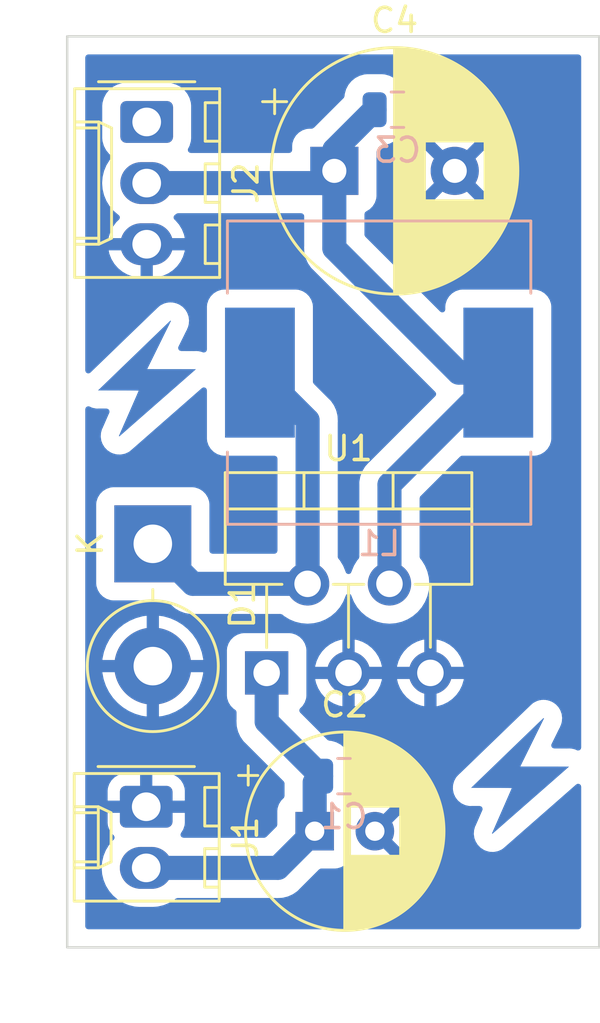
<source format=kicad_pcb>
(kicad_pcb (version 20211014) (generator pcbnew)
  (layers (0 "F.Cu" signal) (31 "B.Cu" signal) (34 "B.Paste" user) (35 "F.Paste" user) (36 "B.SilkS" user "B.Silkscreen") (37 "F.SilkS" user "F.Silkscreen") (38 "B.Mask" user) (39 "F.Mask" user) (44 "Edge.Cuts" user))
  (net 0 "")
  (net 1 "Net-(C1-Pad1)")
  (net 2 "Net-(C3-Pad1)")
  (net 3 "Net-(D1-Pad1)")
  (net 4 "GND")
  (footprint "Capacitor_THT:CP_Radial_D8.0mm_P2.50mm" (layer "F.Cu") (at 120.513349 67.056)
    (fp_text reference "C2" (at 1.25 -5.25) (layer "F.SilkS"))
    (fp_text value "100uF")
    (pad "1" thru_hole rect (at 0 0) (size 1.6 1.6) (drill 0.8) (layers *.Cu *.Mask) (net 1 "Net-(C1-Pad1)"))
    (pad "2" thru_hole circle (at 2.5 0) (size 1.6 1.6) (drill 0.8) (layers *.Cu *.Mask) (net 4 "GND"))
  )
  (footprint "Diode_THT:D_DO-201AD_P5.08mm_Vertical_KathodeUp" (layer "F.Cu") (at 113.792 55.118 -90)
    (fp_text reference "D1" (at 2.54 -3.72 90) (layer "F.SilkS"))
    (fp_text value "1N5822")
    (fp_text user "K" (at 0 2.6 90) (layer "F.SilkS"))
    (pad "1" thru_hole rect (at 0 0 270) (size 3.2 3.2) (drill 1.6) (layers *.Cu *.Mask) (net 3 "Net-(D1-Pad1)"))
    (pad "2" thru_hole oval (at 5.08 0 270) (size 3.2 3.2) (drill 1.6) (layers *.Cu *.Mask) (net 4 "GND"))
  )
  (footprint "Capacitor_THT:CP_Radial_D10.0mm_P5.00mm" (layer "F.Cu") (at 121.330323 39.624)
    (fp_text reference "C4" (at 2.5 -6.25) (layer "F.SilkS"))
    (fp_text value "1000uF")
    (pad "1" thru_hole rect (at 0 0) (size 2 2) (drill 1) (layers *.Cu *.Mask) (net 2 "Net-(C3-Pad1)"))
    (pad "2" thru_hole circle (at 5 0) (size 2 2) (drill 1) (layers *.Cu *.Mask) (net 4 "GND"))
  )
  (footprint "Connector_Molex:Molex_KK-254_AE-6410-02A_1x02_P2.54mm_Vertical" (layer "F.Cu") (at 113.518 66.04 -90)
    (fp_text reference "J1" (at 1.27 -4.12 90) (layer "F.SilkS"))
    (fp_text value "Conn_01x02_Female")
    (pad "1" thru_hole roundrect (at 0 0 270) (size 1.74 2.19) (drill 1.19) (layers *.Cu *.Mask) (roundrect_rratio 0.1436781609) (net 4 "GND"))
    (pad "2" thru_hole oval (at 2.54 0 270) (size 1.74 2.19) (drill 1.19) (layers *.Cu *.Mask) (net 1 "Net-(C1-Pad1)"))
  )
  (footprint "Package_TO_SOT_THT:TO-220-5_P3.4x3.7mm_StaggerOdd_Lead3.8mm_Vertical" (layer "F.Cu") (at 118.52 60.48)
    (fp_text reference "U1" (at 3.4 -9.32) (layer "F.SilkS"))
    (fp_text value "LM2576T-5")
    (pad "1" thru_hole rect (at 0 0) (size 1.8 1.8) (drill 1.1) (layers *.Cu *.Mask) (net 1 "Net-(C1-Pad1)"))
    (pad "2" thru_hole oval (at 1.7 -3.7) (size 1.8 1.8) (drill 1.1) (layers *.Cu *.Mask) (net 3 "Net-(D1-Pad1)"))
    (pad "3" thru_hole oval (at 3.4 0) (size 1.8 1.8) (drill 1.1) (layers *.Cu *.Mask) (net 4 "GND"))
    (pad "4" thru_hole oval (at 5.1 -3.7) (size 1.8 1.8) (drill 1.1) (layers *.Cu *.Mask) (net 2 "Net-(C3-Pad1)"))
    (pad "5" thru_hole oval (at 6.8 0) (size 1.8 1.8) (drill 1.1) (layers *.Cu *.Mask) (net 4 "GND"))
  )
  (footprint "Library:Rayo" (layer "F.Cu") (at 113.538 48.26)
    (fp_text reference "G***" hide)
    (fp_text value "LOGO" hide)
    (fp_poly (pts (xy 0.996881 -2.413221) (xy 1.001416 -2.410415) (xy 1.00355 -2.404744) (xy 1.001215 -2.392997) (xy 0.993997 -2.37401) (xy 0.981482 -2.346621) (xy 0.97127 -2.325693) (xy 0.953656 -2.290054) (xy 0.934202 -2.250517) (xy 0.915236 -2.211819) (xy 0.899082 -2.1787) (xy 0.898635 -2.177778) (xy 0.886141 -2.152189) (xy 0.869683 -2.118672) (xy 0.850511 -2.079765) (xy 0.829879 -2.038008) (xy 0.809038 -1.99594) (xy 0.798641 -1.975) (xy 0.776715 -1.930814) (xy 0.75135 -1.879589) (xy 0.724251 -1.824775) (xy 0.697121 -1.76982) (xy 0.671665 -1.718173) (xy 0.658622 -1.691667) (xy 0.645363 -1.664726) (xy 0.627416 -1.628292) (xy 0.605267 -1.58335) (xy 0.579402 -1.530886) (xy 0.550306 -1.471886) (xy 0.518466 -1.407335) (xy 0.484368 -1.338218) (xy 0.448499 -1.265522) (xy 0.411344 -1.19023) (xy 0.373389 -1.11333) (xy 0.335121 -1.035807) (xy 0.32293 -1.011112) (xy 0.277252 -0.918589) (xy 0.23647 -0.835981) (xy 0.200307 -0.762723) (xy 0.168485 -0.698251) (xy 0.140726 -0.641999) (xy 0.116752 -0.593405) (xy 0.096288 -0.551902) (xy 0.079054 -0.516928) (xy 0.064773 -0.487916) (xy 0.053168 -0.464304) (xy 0.043961 -0.445526) (xy 0.036875 -0.431019) (xy 0.031632 -0.420217) (xy 0.027954 -0.412556) (xy 0.025565 -0.407472) (xy 0.024186 -0.4044) (xy 0.02354 -0.402776) (xy 0.02335 -0.402035) (xy 0.023339 -0.40181) (xy 0.030966 -0.401588) (xy 0.053239 -0.401374) (xy 0.089243 -0.401169) (xy 0.138067 -0.400975) (xy 0.198795 -0.400794) (xy 0.270515 -0.400628) (xy 0.352313 -0.400477) (xy 0.443275 -0.400344) (xy 0.542489 -0.400231) (xy 0.64904 -0.400138) (xy 0.762016 -0.400068) (xy 0.880502 -0.400022) (xy 1.003586 -0.400001) (xy 1.034671 -0.4) (xy 1.158752 -0.39998) (xy 1.278462 -0.399921) (xy 1.392887 -0.399826) (xy 1.501114 -0.399697) (xy 1.60223 -0.399536) (xy 1.695321 -0.399346) (xy 1.779474 -0.399129) (xy 1.853775 -0.398888) (xy 1.91731 -0.398626) (xy 1.969167 -0.398343) (xy 2.008431 -0.398044) (xy 2.034189 -0.39773) (xy 2.045528 -0.397404) (xy 2.046003 -0.397322) (xy 2.041245 -0.392599) (xy 2.027624 -0.38014) (xy 2.006117 -0.360814) (xy 1.977701 -0.335489) (xy 1.943355 -0.305037) (xy 1.904056 -0.270324) (xy 1.860783 -0.232223) (xy 1.822621 -0.198711) (xy 1.770623 -0.153098) (xy 1.711014 -0.100802) (xy 1.646001 -0.04376) (xy 1.577792 0.016092) (xy 1.508593 0.076817) (xy 1.440612 0.136478) (xy 1.376055 0.193139) (xy 1.330265 0.233333) (xy 1.278327 0.278918) (xy 1.21821 0.331668) (xy 1.151565 0.390137) (xy 1.080043 0.452877) (xy 1.005293 0.518439) (xy 0.928966 0.585377) (xy 0.852712 0.652243) (xy 0.778183 0.71759) (xy 0.707027 0.779969) (xy 0.681008 0.802777) (xy 0.582794 0.888867) (xy 0.493372 0.967251) (xy 0.411706 1.03884) (xy 0.336758 1.104543) (xy 0.267491 1.165268) (xy 0.20287 1.221924) (xy 0.141857 1.275421) (xy 0.083415 1.326667) (xy 0.026508 1.376571) (xy -0.0299 1.426043) (xy -0.086847 1.47599) (xy -0.145369 1.527323) (xy -0.168054 1.547222) (xy -0.218442 1.591422) (xy -0.262745 1.630286) (xy -0.302116 1.664826) (xy -0.33771 1.696056) (xy -0.370681 1.724989) (xy -0.402181 1.752638) (xy -0.433365 1.780015) (xy -0.465386 1.808136) (xy -0.499399 1.838011) (xy -0.536557 1.870656) (xy -0.578015 1.907082) (xy -0.624924 1.948304) (xy -0.678441 1.995334) (xy -0.739718 2.049186) (xy -0.793507 2.096458) (xy -0.850243 2.14627) (xy -0.904117 2.193475) (xy -0.954328 2.237377) (xy -1.000073 2.277277) (xy -1.04055 2.312478) (xy -1.074956 2.342285) (xy -1.102489 2.365999) (xy -1.122346 2.382924) (xy -1.133726 2.392363) (xy -1.136193 2.394153) (xy -1.144734 2.391042) (xy -1.149038 2.388326) (xy -1.153774 2.377751) (xy -1.151455 2.367493) (xy -1.147133 2.357425) (xy -1.139053 2.33885) (xy -1.128129 2.313857) (xy -1.115273 2.284537) (xy -1.104977 2.261111) (xy -1.090083 2.227216) (xy -1.075295 2.193493) (xy -1.061887 2.162853) (xy -1.051135 2.138206) (xy -1.046605 2.127777) (xy -1.038936 2.110093) (xy -1.030233 2.090078) (xy -1.020198 2.067048) (xy -1.008528 2.040316) (xy -0.994925 2.009197) (xy -0.979088 1.973005) (xy -0.960717 1.931054) (xy -0.93951 1.88266) (xy -0.915169 1.827135) (xy -0.887393 1.763795) (xy -0.85588 1.691954) (xy -0.820332 1.610925) (xy -0.780448 1.520024) (xy -0.777756 1.513888) (xy -0.748694 1.447643) (xy -0.720623 1.383627) (xy -0.693944 1.322759) (xy -0.66906 1.265957) (xy -0.646372 1.21414) (xy -0.626282 1.168226) (xy -0.609193 1.129134) (xy -0.595506 1.097782) (xy -0.585623 1.075088) (xy -0.579947 1.061972) (xy -0.579578 1.061111) (xy -0.570594 1.040234) (xy -0.558377 1.012075) (xy -0.544368 0.97995) (xy -0.530012 0.947172) (xy -0.526373 0.938888) (xy -0.486481 0.848072) (xy -0.451297 0.767779) (xy -0.420792 0.697949) (xy -0.394941 0.638521) (xy -0.373718 0.589434) (xy -0.357096 0.550627) (xy -0.34505 0.52204) (xy -0.337551 0.503611) (xy -0.334576 0.495279) (xy -0.334517 0.494877) (xy -0.340308 0.493832) (xy -0.357918 0.492873) (xy -0.387704 0.491999) (xy -0.430022 0.491205) (xy -0.485231 0.490489) (xy -0.553687 0.489848) (xy -0.635747 0.489279) (xy -0.731768 0.488777) (xy -0.842107 0.488342) (xy -0.967121 0.487968) (xy -1.107167 0.487654) (xy -1.179215 0.487524) (xy -2.023912 0.486111) (xy -1.861864 0.329659) (xy -1.813833 0.283289) (xy -1.759571 0.230907) (xy -1.7021 0.175431) (xy -1.644446 0.119781) (xy -1.589631 0.066874) (xy -1.54068 0.019631) (xy -1.53668 0.01577) (xy -1.499953 -0.019683) (xy -1.455577 -0.062536) (xy -1.405145 -0.11125) (xy -1.350249 -0.164285) (xy -1.292482 -0.220104) (xy -1.233437 -0.277166) (xy -1.174706 -0.333933) (xy -1.117883 -0.388867) (xy -1.100622 -0.405556) (xy -1.040403 -0.463778) (xy -0.975761 -0.526269) (xy -0.907377 -0.592371) (xy -0.835929 -0.661429) (xy -0.762098 -0.732785) (xy -0.686564 -0.805783) (xy -0.610005 -0.879767) (xy -0.533102 -0.954079) (xy -0.456535 -1.028062) (xy -0.380982 -1.101062) (xy -0.307124 -1.172419) (xy -0.235641 -1.241479) (xy -0.167211 -1.307583) (xy -0.102515 -1.370076) (xy -0.042233 -1.428301) (xy 0.012956 -1.481601) (xy 0.062372 -1.52932) (xy 0.105336 -1.5708) (xy 0.141168 -1.605386) (xy 0.169187 -1.63242) (xy 0.188716 -1.651246) (xy 0.190307 -1.652778) (xy 0.20925 -1.671036) (xy 0.236481 -1.697301) (xy 0.271037 -1.730646) (xy 0.311958 -1.770143) (xy 0.358282 -1.814863) (xy 0.409049 -1.863879) (xy 0.463296 -1.916262) (xy 0.520063 -1.971086) (xy 0.578389 -2.027421) (xy 0.629082 -2.076389) (xy 0.685359 -2.130684) (xy 0.739004 -2.182305) (xy 0.789297 -2.230564) (xy 0.835514 -2.274775) (xy 0.876933 -2.314251) (xy 0.912832 -2.348307) (xy 0.942489 -2.376255) (xy 0.965182 -2.397409) (xy 0.980189 -2.411082) (xy 0.986787 -2.416587) (xy 0.986993 -2.416667)) (layer "B.Cu") (width 0) (fill solid))
  )
  (footprint "Connector_Molex:Molex_KK-254_AE-6410-03A_1x03_P2.54mm_Vertical" (layer "F.Cu") (at 113.538 37.592 -90)
    (fp_text reference "J2" (at 2.54 -4.12 90) (layer "F.SilkS"))
    (fp_text value "Vout")
    (pad "1" thru_hole roundrect (at 0 0 270) (size 1.74 2.19) (drill 1.19) (layers *.Cu *.Mask) (roundrect_rratio 0.1436781609))
    (pad "2" thru_hole oval (at 2.54 0 270) (size 1.74 2.19) (drill 1.19) (layers *.Cu *.Mask) (net 2 "Net-(C3-Pad1)"))
    (pad "3" thru_hole oval (at 5.08 0 270) (size 1.74 2.19) (drill 1.19) (layers *.Cu *.Mask) (net 4 "GND"))
  )
  (footprint "Library:Rayo" (layer "F.Cu") (at 129.032 64.77)
    (fp_text reference "G***" hide)
    (fp_text value "LOGO" hide)
    (fp_poly (pts (xy 0.996881 -2.413221) (xy 1.001416 -2.410415) (xy 1.00355 -2.404744) (xy 1.001215 -2.392997) (xy 0.993997 -2.37401) (xy 0.981482 -2.346621) (xy 0.97127 -2.325693) (xy 0.953656 -2.290054) (xy 0.934202 -2.250517) (xy 0.915236 -2.211819) (xy 0.899082 -2.1787) (xy 0.898635 -2.177778) (xy 0.886141 -2.152189) (xy 0.869683 -2.118672) (xy 0.850511 -2.079765) (xy 0.829879 -2.038008) (xy 0.809038 -1.99594) (xy 0.798641 -1.975) (xy 0.776715 -1.930814) (xy 0.75135 -1.879589) (xy 0.724251 -1.824775) (xy 0.697121 -1.76982) (xy 0.671665 -1.718173) (xy 0.658622 -1.691667) (xy 0.645363 -1.664726) (xy 0.627416 -1.628292) (xy 0.605267 -1.58335) (xy 0.579402 -1.530886) (xy 0.550306 -1.471886) (xy 0.518466 -1.407335) (xy 0.484368 -1.338218) (xy 0.448499 -1.265522) (xy 0.411344 -1.19023) (xy 0.373389 -1.11333) (xy 0.335121 -1.035807) (xy 0.32293 -1.011112) (xy 0.277252 -0.918589) (xy 0.23647 -0.835981) (xy 0.200307 -0.762723) (xy 0.168485 -0.698251) (xy 0.140726 -0.641999) (xy 0.116752 -0.593405) (xy 0.096288 -0.551902) (xy 0.079054 -0.516928) (xy 0.064773 -0.487916) (xy 0.053168 -0.464304) (xy 0.043961 -0.445526) (xy 0.036875 -0.431019) (xy 0.031632 -0.420217) (xy 0.027954 -0.412556) (xy 0.025565 -0.407472) (xy 0.024186 -0.4044) (xy 0.02354 -0.402776) (xy 0.02335 -0.402035) (xy 0.023339 -0.40181) (xy 0.030966 -0.401588) (xy 0.053239 -0.401374) (xy 0.089243 -0.401169) (xy 0.138067 -0.400975) (xy 0.198795 -0.400794) (xy 0.270515 -0.400628) (xy 0.352313 -0.400477) (xy 0.443275 -0.400344) (xy 0.542489 -0.400231) (xy 0.64904 -0.400138) (xy 0.762016 -0.400068) (xy 0.880502 -0.400022) (xy 1.003586 -0.400001) (xy 1.034671 -0.4) (xy 1.158752 -0.39998) (xy 1.278462 -0.399921) (xy 1.392887 -0.399826) (xy 1.501114 -0.399697) (xy 1.60223 -0.399536) (xy 1.695321 -0.399346) (xy 1.779474 -0.399129) (xy 1.853775 -0.398888) (xy 1.91731 -0.398626) (xy 1.969167 -0.398343) (xy 2.008431 -0.398044) (xy 2.034189 -0.39773) (xy 2.045528 -0.397404) (xy 2.046003 -0.397322) (xy 2.041245 -0.392599) (xy 2.027624 -0.38014) (xy 2.006117 -0.360814) (xy 1.977701 -0.335489) (xy 1.943355 -0.305037) (xy 1.904056 -0.270324) (xy 1.860783 -0.232223) (xy 1.822621 -0.198711) (xy 1.770623 -0.153098) (xy 1.711014 -0.100802) (xy 1.646001 -0.04376) (xy 1.577792 0.016092) (xy 1.508593 0.076817) (xy 1.440612 0.136478) (xy 1.376055 0.193139) (xy 1.330265 0.233333) (xy 1.278327 0.278918) (xy 1.21821 0.331668) (xy 1.151565 0.390137) (xy 1.080043 0.452877) (xy 1.005293 0.518439) (xy 0.928966 0.585377) (xy 0.852712 0.652243) (xy 0.778183 0.71759) (xy 0.707027 0.779969) (xy 0.681008 0.802777) (xy 0.582794 0.888867) (xy 0.493372 0.967251) (xy 0.411706 1.03884) (xy 0.336758 1.104543) (xy 0.267491 1.165268) (xy 0.20287 1.221924) (xy 0.141857 1.275421) (xy 0.083415 1.326667) (xy 0.026508 1.376571) (xy -0.0299 1.426043) (xy -0.086847 1.47599) (xy -0.145369 1.527323) (xy -0.168054 1.547222) (xy -0.218442 1.591422) (xy -0.262745 1.630286) (xy -0.302116 1.664826) (xy -0.33771 1.696056) (xy -0.370681 1.724989) (xy -0.402181 1.752638) (xy -0.433365 1.780015) (xy -0.465386 1.808136) (xy -0.499399 1.838011) (xy -0.536557 1.870656) (xy -0.578015 1.907082) (xy -0.624924 1.948304) (xy -0.678441 1.995334) (xy -0.739718 2.049186) (xy -0.793507 2.096458) (xy -0.850243 2.14627) (xy -0.904117 2.193475) (xy -0.954328 2.237377) (xy -1.000073 2.277277) (xy -1.04055 2.312478) (xy -1.074956 2.342285) (xy -1.102489 2.365999) (xy -1.122346 2.382924) (xy -1.133726 2.392363) (xy -1.136193 2.394153) (xy -1.144734 2.391042) (xy -1.149038 2.388326) (xy -1.153774 2.377751) (xy -1.151455 2.367493) (xy -1.147133 2.357425) (xy -1.139053 2.33885) (xy -1.128129 2.313857) (xy -1.115273 2.284537) (xy -1.104977 2.261111) (xy -1.090083 2.227216) (xy -1.075295 2.193493) (xy -1.061887 2.162853) (xy -1.051135 2.138206) (xy -1.046605 2.127777) (xy -1.038936 2.110093) (xy -1.030233 2.090078) (xy -1.020198 2.067048) (xy -1.008528 2.040316) (xy -0.994925 2.009197) (xy -0.979088 1.973005) (xy -0.960717 1.931054) (xy -0.93951 1.88266) (xy -0.915169 1.827135) (xy -0.887393 1.763795) (xy -0.85588 1.691954) (xy -0.820332 1.610925) (xy -0.780448 1.520024) (xy -0.777756 1.513888) (xy -0.748694 1.447643) (xy -0.720623 1.383627) (xy -0.693944 1.322759) (xy -0.66906 1.265957) (xy -0.646372 1.21414) (xy -0.626282 1.168226) (xy -0.609193 1.129134) (xy -0.595506 1.097782) (xy -0.585623 1.075088) (xy -0.579947 1.061972) (xy -0.579578 1.061111) (xy -0.570594 1.040234) (xy -0.558377 1.012075) (xy -0.544368 0.97995) (xy -0.530012 0.947172) (xy -0.526373 0.938888) (xy -0.486481 0.848072) (xy -0.451297 0.767779) (xy -0.420792 0.697949) (xy -0.394941 0.638521) (xy -0.373718 0.589434) (xy -0.357096 0.550627) (xy -0.34505 0.52204) (xy -0.337551 0.503611) (xy -0.334576 0.495279) (xy -0.334517 0.494877) (xy -0.340308 0.493832) (xy -0.357918 0.492873) (xy -0.387704 0.491999) (xy -0.430022 0.491205) (xy -0.485231 0.490489) (xy -0.553687 0.489848) (xy -0.635747 0.489279) (xy -0.731768 0.488777) (xy -0.842107 0.488342) (xy -0.967121 0.487968) (xy -1.107167 0.487654) (xy -1.179215 0.487524) (xy -2.023912 0.486111) (xy -1.861864 0.329659) (xy -1.813833 0.283289) (xy -1.759571 0.230907) (xy -1.7021 0.175431) (xy -1.644446 0.119781) (xy -1.589631 0.066874) (xy -1.54068 0.019631) (xy -1.53668 0.01577) (xy -1.499953 -0.019683) (xy -1.455577 -0.062536) (xy -1.405145 -0.11125) (xy -1.350249 -0.164285) (xy -1.292482 -0.220104) (xy -1.233437 -0.277166) (xy -1.174706 -0.333933) (xy -1.117883 -0.388867) (xy -1.100622 -0.405556) (xy -1.040403 -0.463778) (xy -0.975761 -0.526269) (xy -0.907377 -0.592371) (xy -0.835929 -0.661429) (xy -0.762098 -0.732785) (xy -0.686564 -0.805783) (xy -0.610005 -0.879767) (xy -0.533102 -0.954079) (xy -0.456535 -1.028062) (xy -0.380982 -1.101062) (xy -0.307124 -1.172419) (xy -0.235641 -1.241479) (xy -0.167211 -1.307583) (xy -0.102515 -1.370076) (xy -0.042233 -1.428301) (xy 0.012956 -1.481601) (xy 0.062372 -1.52932) (xy 0.105336 -1.5708) (xy 0.141168 -1.605386) (xy 0.169187 -1.63242) (xy 0.188716 -1.651246) (xy 0.190307 -1.652778) (xy 0.20925 -1.671036) (xy 0.236481 -1.697301) (xy 0.271037 -1.730646) (xy 0.311958 -1.770143) (xy 0.358282 -1.814863) (xy 0.409049 -1.863879) (xy 0.463296 -1.916262) (xy 0.520063 -1.971086) (xy 0.578389 -2.027421) (xy 0.629082 -2.076389) (xy 0.685359 -2.130684) (xy 0.739004 -2.182305) (xy 0.789297 -2.230564) (xy 0.835514 -2.274775) (xy 0.876933 -2.314251) (xy 0.912832 -2.348307) (xy 0.942489 -2.376255) (xy 0.965182 -2.397409) (xy 0.980189 -2.411082) (xy 0.986787 -2.416587) (xy 0.986993 -2.416667)) (layer "B.Cu") (width 0) (fill solid))
  )
  (footprint "Capacitor_SMD:C_0805_2012Metric" (layer "B.Cu") (at 121.732 64.77)
    (fp_text reference "C1" (at 0 1.68) (layer "B.SilkS") (effects (justify mirror)))
    (fp_text value "0.1uF")
    (pad "1" smd roundrect (at -0.95 0) (size 1 1.45) (layers "B.Cu" "B.Paste" "B.Mask") (net 1 "Net-(C1-Pad1)"))
    (pad "2" smd roundrect (at 0.95 0) (size 1 1.45) (layers "B.Cu" "B.Paste" "B.Mask") (net 4 "GND"))
  )
  (footprint "Inductor_SMD:L_12x12mm_H6mm" (layer "B.Cu") (at 123.19 48.006)
    (fp_text reference "L1" (at 0 7.1 180) (layer "B.SilkS") (effects (justify mirror)))
    (fp_text value "INDUCTOR")
    (pad "1" smd rect (at -4.95 0) (size 2.9 5.4) (layers "B.Cu" "B.Paste" "B.Mask") (net 3 "Net-(D1-Pad1)"))
    (pad "2" smd rect (at 4.95 0) (size 2.9 5.4) (layers "B.Cu" "B.Paste" "B.Mask") (net 2 "Net-(C3-Pad1)"))
  )
  (footprint "Capacitor_SMD:C_0805_2012Metric" (layer "B.Cu") (at 123.952 37.084)
    (fp_text reference "C3" (at 0 1.68) (layer "B.SilkS") (effects (justify mirror)))
    (fp_text value "0.1uF")
    (pad "1" smd roundrect (at -0.95 0) (size 1 1.45) (layers "B.Cu" "B.Paste" "B.Mask") (net 2 "Net-(C3-Pad1)"))
    (pad "2" smd roundrect (at 0.95 0) (size 1 1.45) (layers "B.Cu" "B.Paste" "B.Mask") (net 4 "GND"))
  )
  (gr_rect (start 110.236 34.036) (end 132.334 71.882) (layer "Edge.Cuts") (width 0.1) (fill none))
  (segment (start 120.513349 65.038651) (end 120.782 64.77) (width 1) (layer "B.Cu") (net 1))
  (segment (start 118.52 62.508) (end 118.52 60.48) (width 1) (layer "B.Cu") (net 1))
  (segment (start 120.513349 67.056) (end 120.513349 65.038651) (width 1) (layer "B.Cu") (net 1))
  (segment (start 113.518 68.58) (end 118.989349 68.58) (width 1) (layer "B.Cu") (net 1))
  (segment (start 120.782 64.77) (end 118.52 62.508) (width 1) (layer "B.Cu") (net 1))
  (segment (start 118.989349 68.58) (end 120.513349 67.056) (width 1) (layer "B.Cu") (net 1))
  (segment (start 128.14 48.136) (end 128.14 48.006) (width 1) (layer "B.Cu") (net 2))
  (segment (start 120.822323 40.132) (end 121.330323 39.624) (width 1) (layer "B.Cu") (net 2))
  (segment (start 123.62 52.656) (end 128.14 48.136) (width 1) (layer "B.Cu") (net 2))
  (segment (start 128.14 48.006) (end 126.492 48.006) (width 1) (layer "B.Cu") (net 2))
  (segment (start 121.330323 39.624) (end 121.330323 38.755677) (width 1) (layer "B.Cu") (net 2))
  (segment (start 113.538 40.132) (end 120.822323 40.132) (width 1) (layer "B.Cu") (net 2))
  (segment (start 123.62 56.78) (end 123.62 52.656) (width 1) (layer "B.Cu") (net 2))
  (segment (start 121.330323 42.844323) (end 121.330323 39.624) (width 1) (layer "B.Cu") (net 2))
  (segment (start 126.492 48.006) (end 121.330323 42.844323) (width 1) (layer "B.Cu") (net 2))
  (segment (start 121.330323 38.755677) (end 123.002 37.084) (width 1) (layer "B.Cu") (net 2))
  (segment (start 120.22 49.986) (end 118.24 48.006) (width 1) (layer "B.Cu") (net 3))
  (segment (start 120.22 56.78) (end 115.454 56.78) (width 1) (layer "B.Cu") (net 3))
  (segment (start 115.454 56.78) (end 113.792 55.118) (width 1) (layer "B.Cu") (net 3))
  (segment (start 120.22 56.78) (end 120.22 49.986) (width 1) (layer "B.Cu") (net 3))
  (zone (net 4) (net_name "GND") (layer "B.Cu") (connect_pads (clearance 0.75)) (min_thickness 0.254) (fill yes (thermal_gap 0.508) (thermal_bridge_width 0.508))
    (polygon (pts (xy 132.334 71.882) (xy 110.236 71.882) (xy 110.236 34.29) (xy 132.334 34.29)))
  )
)
</source>
